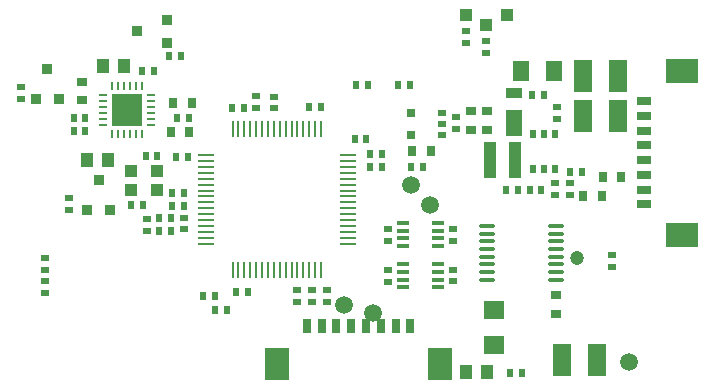
<source format=gtp>
%FSLAX25Y25*%
%MOIN*%
G70*
G01*
G75*
G04 Layer_Color=8421504*
%ADD10C,0.02000*%
%ADD11C,0.01500*%
%ADD12C,0.00600*%
%ADD13C,0.01000*%
%ADD14C,0.03000*%
%ADD15C,0.00800*%
%ADD16C,0.02500*%
%ADD17R,0.02362X0.02756*%
%ADD18O,0.05906X0.01575*%
%ADD19R,0.06299X0.10630*%
%ADD20R,0.05512X0.08661*%
%ADD21R,0.05512X0.03543*%
%ADD22R,0.04331X0.05118*%
%ADD23C,0.05906*%
%ADD24R,0.03937X0.12205*%
%ADD25R,0.03937X0.03937*%
%ADD26R,0.05118X0.03150*%
%ADD27R,0.11024X0.08268*%
%ADD28R,0.03543X0.03740*%
%ADD29R,0.03543X0.03740*%
%ADD30O,0.05906X0.00984*%
%ADD31O,0.00984X0.05906*%
%ADD32R,0.03937X0.01378*%
%ADD33O,0.00984X0.02756*%
%ADD34O,0.02756X0.00984*%
%ADD35R,0.10236X0.10630*%
%ADD36R,0.02362X0.03150*%
%ADD37R,0.03150X0.03150*%
%ADD38R,0.03150X0.02362*%
%ADD39R,0.04331X0.03937*%
%ADD40R,0.03150X0.05118*%
%ADD41R,0.08268X0.11024*%
%ADD42R,0.02756X0.02362*%
%ADD43R,0.03500X0.02800*%
%ADD44R,0.02800X0.03500*%
%ADD45R,0.05512X0.06693*%
%ADD46C,0.04724*%
%ADD47R,0.03740X0.03543*%
%ADD48R,0.03740X0.03543*%
%ADD49R,0.07087X0.06299*%
%ADD50R,0.17500X0.26100*%
%ADD51R,0.08900X0.23700*%
%ADD52R,0.37800X0.08900*%
%ADD53R,0.18600X0.12500*%
%ADD54R,0.05300X0.15000*%
%ADD55R,0.08700X0.14600*%
%ADD56R,0.18300X0.06800*%
%ADD57R,0.03100X0.10500*%
%ADD58R,0.27600X0.08000*%
%ADD59R,0.20600X0.13700*%
%ADD60R,0.06700X0.23500*%
%ADD61R,0.10900X0.06800*%
%ADD62R,0.07900X0.07000*%
%ADD63R,0.14900X0.03900*%
%ADD64R,0.05900X0.18900*%
%ADD65R,0.06800X0.03800*%
%ADD66R,0.08500X0.03500*%
%ADD67C,0.07087*%
%ADD68C,0.15748*%
%ADD69R,0.05906X0.05906*%
%ADD70R,0.05906X0.05906*%
%ADD71C,0.01969*%
%ADD72C,0.01575*%
%ADD73C,0.02559*%
%ADD74C,0.02362*%
G04:AMPARAMS|DCode=75|XSize=157.48mil|YSize=118.11mil|CornerRadius=0mil|HoleSize=0mil|Usage=FLASHONLY|Rotation=0.000|XOffset=0mil|YOffset=0mil|HoleType=Round|Shape=Octagon|*
%AMOCTAGOND75*
4,1,8,0.07874,-0.02953,0.07874,0.02953,0.04921,0.05906,-0.04921,0.05906,-0.07874,0.02953,-0.07874,-0.02953,-0.04921,-0.05906,0.04921,-0.05906,0.07874,-0.02953,0.0*
%
%ADD75OCTAGOND75*%

%ADD76O,0.15748X0.11811*%
%ADD77R,0.62400X0.08800*%
%ADD78R,0.10500X0.18500*%
%ADD79C,0.00394*%
%ADD80C,0.00984*%
%ADD81C,0.00984*%
%ADD82C,0.00787*%
%ADD83C,0.00591*%
%ADD84C,0.00500*%
%ADD85C,0.00300*%
%ADD86R,0.03984X0.12820*%
%ADD87O,0.05506X0.01175*%
D17*
X31263Y48900D02*
D03*
X35200D02*
D03*
X31263Y53100D02*
D03*
X35200D02*
D03*
X148163Y1500D02*
D03*
X152100D02*
D03*
X59537Y89700D02*
D03*
X55600D02*
D03*
X36763Y73400D02*
D03*
X40700D02*
D03*
X26663Y73800D02*
D03*
X30600D02*
D03*
X25795Y57616D02*
D03*
X21858D02*
D03*
X35551Y57286D02*
D03*
X39488D02*
D03*
X35551Y61486D02*
D03*
X39488D02*
D03*
X101563Y70100D02*
D03*
X105500D02*
D03*
X85037Y90200D02*
D03*
X81100D02*
D03*
X96363Y79300D02*
D03*
X100300D02*
D03*
X49837Y27000D02*
D03*
X45900D02*
D03*
X49863Y22400D02*
D03*
X53800D02*
D03*
X101563Y74500D02*
D03*
X105500D02*
D03*
X56751Y28386D02*
D03*
X60688D02*
D03*
X96963Y97600D02*
D03*
X100900D02*
D03*
X114837Y97400D02*
D03*
X110900D02*
D03*
X6637Y86600D02*
D03*
X2700D02*
D03*
X6637Y82100D02*
D03*
X2700D02*
D03*
X41237Y86400D02*
D03*
X37300D02*
D03*
X29437Y102100D02*
D03*
X25500D02*
D03*
X34600Y107100D02*
D03*
X38537D02*
D03*
X158600Y62300D02*
D03*
X154663D02*
D03*
X150700D02*
D03*
X146763D02*
D03*
X168200Y68400D02*
D03*
X172137D02*
D03*
X119200Y70000D02*
D03*
X115263D02*
D03*
X155400Y94000D02*
D03*
X159337D02*
D03*
D19*
X165389Y5900D02*
D03*
X177200D02*
D03*
X172389Y100600D02*
D03*
X184200D02*
D03*
X172489Y87100D02*
D03*
X184300D02*
D03*
D20*
X149500Y84861D02*
D03*
D21*
Y94900D02*
D03*
D22*
X140598Y1900D02*
D03*
X133600D02*
D03*
X12402Y103900D02*
D03*
X19400D02*
D03*
X7002Y72400D02*
D03*
X14000D02*
D03*
D23*
X92913Y24022D02*
D03*
X121613Y57522D02*
D03*
X102313Y21522D02*
D03*
X115213Y64222D02*
D03*
X187813Y5122D02*
D03*
D24*
X149868Y72400D02*
D03*
X141600D02*
D03*
D25*
X133607Y120900D02*
D03*
X146993D02*
D03*
X140300Y117357D02*
D03*
D26*
X192800Y57651D02*
D03*
Y62572D02*
D03*
Y92100D02*
D03*
Y87179D02*
D03*
Y82257D02*
D03*
Y77336D02*
D03*
Y72415D02*
D03*
Y67494D02*
D03*
D27*
X205398Y47612D02*
D03*
Y102139D02*
D03*
D28*
X-9800Y92800D02*
D03*
X7300Y55900D02*
D03*
D29*
X-2320Y92800D02*
D03*
X-6060Y102643D02*
D03*
X14780Y55900D02*
D03*
X11040Y65742D02*
D03*
D30*
X46788Y74086D02*
D03*
Y72117D02*
D03*
Y70149D02*
D03*
Y68180D02*
D03*
Y66212D02*
D03*
Y64243D02*
D03*
Y62275D02*
D03*
Y60306D02*
D03*
Y58338D02*
D03*
Y56369D02*
D03*
Y54401D02*
D03*
Y52432D02*
D03*
Y50464D02*
D03*
Y48495D02*
D03*
Y46527D02*
D03*
Y44558D02*
D03*
X94032D02*
D03*
Y46527D02*
D03*
Y48495D02*
D03*
Y50464D02*
D03*
Y52432D02*
D03*
Y54401D02*
D03*
Y56369D02*
D03*
Y58338D02*
D03*
Y60306D02*
D03*
Y62275D02*
D03*
Y64243D02*
D03*
Y66212D02*
D03*
Y68180D02*
D03*
Y70149D02*
D03*
Y72117D02*
D03*
Y74086D02*
D03*
D31*
X55647Y35700D02*
D03*
X57615D02*
D03*
X59583D02*
D03*
X61552D02*
D03*
X63520D02*
D03*
X65489D02*
D03*
X67457D02*
D03*
X69426D02*
D03*
X71394D02*
D03*
X73363D02*
D03*
X75331D02*
D03*
X77300D02*
D03*
X79268D02*
D03*
X81237D02*
D03*
X83205D02*
D03*
X85174D02*
D03*
Y82944D02*
D03*
X83205D02*
D03*
X81237D02*
D03*
X79268D02*
D03*
X77300D02*
D03*
X75331D02*
D03*
X73363D02*
D03*
X71394D02*
D03*
X69426D02*
D03*
X67457D02*
D03*
X65489D02*
D03*
X63520D02*
D03*
X61552D02*
D03*
X59583D02*
D03*
X57615D02*
D03*
X55647D02*
D03*
D32*
X124055Y37735D02*
D03*
Y35176D02*
D03*
Y32616D02*
D03*
Y30057D02*
D03*
X112638D02*
D03*
Y32616D02*
D03*
Y35176D02*
D03*
Y37735D02*
D03*
X124055Y51435D02*
D03*
Y48876D02*
D03*
Y46316D02*
D03*
Y43758D02*
D03*
X112638D02*
D03*
Y46316D02*
D03*
Y48876D02*
D03*
Y51435D02*
D03*
D33*
X15579Y97271D02*
D03*
Y81129D02*
D03*
X17547Y97271D02*
D03*
X19516D02*
D03*
X21484D02*
D03*
X23453D02*
D03*
X25421D02*
D03*
Y81129D02*
D03*
X23453D02*
D03*
X21484D02*
D03*
X19516D02*
D03*
X17547D02*
D03*
D34*
X28571Y92153D02*
D03*
Y88216D02*
D03*
X12429Y84279D02*
D03*
Y86247D02*
D03*
Y88216D02*
D03*
Y90184D02*
D03*
Y92153D02*
D03*
Y94121D02*
D03*
X28571D02*
D03*
Y90184D02*
D03*
Y86247D02*
D03*
Y84279D02*
D03*
D35*
X20500Y89200D02*
D03*
D36*
X163280Y81017D02*
D03*
X155800D02*
D03*
X159540D02*
D03*
Y69600D02*
D03*
X155800D02*
D03*
X163280D02*
D03*
D37*
X115082Y80800D02*
D03*
Y88240D02*
D03*
D38*
X125318D02*
D03*
Y84500D02*
D03*
Y80760D02*
D03*
D39*
X30520Y68714D02*
D03*
X21858D02*
D03*
Y62415D02*
D03*
X30520D02*
D03*
D40*
X80451Y17000D02*
D03*
X85372D02*
D03*
X114900D02*
D03*
X109979D02*
D03*
X105058D02*
D03*
X100136D02*
D03*
X95215D02*
D03*
X90294D02*
D03*
D41*
X70412Y4402D02*
D03*
X124939D02*
D03*
D42*
X133600Y115337D02*
D03*
Y111400D02*
D03*
X140300Y112137D02*
D03*
Y108200D02*
D03*
X129000Y49437D02*
D03*
Y45500D02*
D03*
X107500Y49537D02*
D03*
Y45600D02*
D03*
X69400Y89663D02*
D03*
Y93600D02*
D03*
X63488Y93723D02*
D03*
Y89786D02*
D03*
X39400Y53237D02*
D03*
Y49300D02*
D03*
X27000Y52837D02*
D03*
Y48900D02*
D03*
X129200Y35937D02*
D03*
Y32000D02*
D03*
X107400Y35837D02*
D03*
Y31900D02*
D03*
X77288Y25249D02*
D03*
Y29186D02*
D03*
X82288Y25249D02*
D03*
Y29186D02*
D03*
X87088Y25249D02*
D03*
Y29186D02*
D03*
X1100Y59637D02*
D03*
Y55700D02*
D03*
X-7000Y32137D02*
D03*
Y28200D02*
D03*
X-14800Y96737D02*
D03*
Y92800D02*
D03*
X-7000Y35863D02*
D03*
Y39800D02*
D03*
X182000Y40637D02*
D03*
Y36700D02*
D03*
X168000Y60700D02*
D03*
Y64637D02*
D03*
X163300Y60700D02*
D03*
Y64637D02*
D03*
X163800Y90000D02*
D03*
Y86063D02*
D03*
X130300Y86700D02*
D03*
Y82763D02*
D03*
D43*
X5500Y98599D02*
D03*
Y92300D02*
D03*
X163417Y21083D02*
D03*
Y27383D02*
D03*
X135100Y88900D02*
D03*
Y82601D02*
D03*
X140600Y88900D02*
D03*
Y82601D02*
D03*
D44*
X41299Y81900D02*
D03*
X35000D02*
D03*
X35701Y91300D02*
D03*
X42000D02*
D03*
X179001Y66900D02*
D03*
X185300D02*
D03*
X172501Y60600D02*
D03*
X178800D02*
D03*
X115400Y75400D02*
D03*
X121699D02*
D03*
D45*
X151800Y102200D02*
D03*
X162824D02*
D03*
D46*
X170400Y39800D02*
D03*
D47*
X33700Y111600D02*
D03*
D48*
Y119080D02*
D03*
X23857Y115340D02*
D03*
D49*
X142900Y22505D02*
D03*
Y10695D02*
D03*
D87*
X140583Y40220D02*
D03*
X163417Y50457D02*
D03*
X140583D02*
D03*
Y47898D02*
D03*
Y45339D02*
D03*
Y42779D02*
D03*
X163417Y47898D02*
D03*
Y45339D02*
D03*
Y42779D02*
D03*
Y40220D02*
D03*
Y32543D02*
D03*
Y35102D02*
D03*
Y37661D02*
D03*
X140583Y35102D02*
D03*
Y37661D02*
D03*
Y32543D02*
D03*
M02*

</source>
